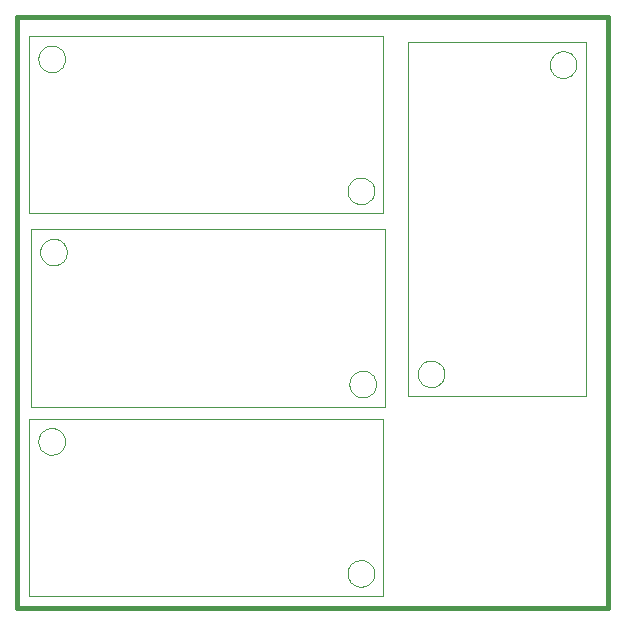
<source format=gbo>
G75*
G70*
%OFA0B0*%
%FSLAX24Y24*%
%IPPOS*%
%LPD*%
%AMOC8*
5,1,8,0,0,1.08239X$1,22.5*
%
%ADD10C,0.0010*%
%ADD11C,0.0000*%
%ADD12C,0.0160*%
D10*
X001150Y009298D02*
X001150Y015204D01*
X012961Y015204D01*
X012961Y009298D01*
X001150Y009298D01*
X001210Y015608D02*
X001210Y021514D01*
X013021Y021514D01*
X013021Y015608D01*
X001210Y015608D01*
X001150Y022048D02*
X001150Y027954D01*
X012961Y027954D01*
X012961Y022048D01*
X001150Y022048D01*
X013794Y027759D02*
X013794Y015948D01*
X019700Y015948D01*
X019700Y027759D01*
X013794Y027759D01*
D11*
X011765Y022798D02*
X011767Y022840D01*
X011773Y022881D01*
X011782Y022922D01*
X011796Y022961D01*
X011813Y022999D01*
X011834Y023035D01*
X011857Y023070D01*
X011884Y023101D01*
X011914Y023131D01*
X011947Y023157D01*
X011982Y023180D01*
X012018Y023200D01*
X012057Y023216D01*
X012097Y023228D01*
X012137Y023237D01*
X012179Y023242D01*
X012220Y023243D01*
X012262Y023240D01*
X012303Y023233D01*
X012344Y023222D01*
X012383Y023208D01*
X012420Y023190D01*
X012456Y023169D01*
X012490Y023144D01*
X012521Y023116D01*
X012549Y023086D01*
X012575Y023053D01*
X012597Y023017D01*
X012616Y022980D01*
X012631Y022941D01*
X012643Y022901D01*
X012651Y022860D01*
X012655Y022819D01*
X012655Y022777D01*
X012651Y022736D01*
X012643Y022695D01*
X012631Y022655D01*
X012616Y022616D01*
X012597Y022579D01*
X012575Y022543D01*
X012549Y022510D01*
X012521Y022480D01*
X012490Y022452D01*
X012456Y022427D01*
X012420Y022406D01*
X012383Y022388D01*
X012344Y022374D01*
X012303Y022363D01*
X012262Y022356D01*
X012220Y022353D01*
X012179Y022354D01*
X012137Y022359D01*
X012097Y022368D01*
X012057Y022380D01*
X012018Y022396D01*
X011982Y022416D01*
X011947Y022439D01*
X011914Y022465D01*
X011884Y022495D01*
X011857Y022526D01*
X011834Y022561D01*
X011813Y022597D01*
X011796Y022635D01*
X011782Y022674D01*
X011773Y022715D01*
X011767Y022756D01*
X011765Y022798D01*
X014105Y016698D02*
X014107Y016740D01*
X014113Y016781D01*
X014122Y016822D01*
X014136Y016861D01*
X014153Y016899D01*
X014174Y016935D01*
X014197Y016970D01*
X014224Y017001D01*
X014254Y017031D01*
X014287Y017057D01*
X014322Y017080D01*
X014358Y017100D01*
X014397Y017116D01*
X014437Y017128D01*
X014477Y017137D01*
X014519Y017142D01*
X014560Y017143D01*
X014602Y017140D01*
X014643Y017133D01*
X014684Y017122D01*
X014723Y017108D01*
X014760Y017090D01*
X014796Y017069D01*
X014830Y017044D01*
X014861Y017016D01*
X014889Y016986D01*
X014915Y016953D01*
X014937Y016917D01*
X014956Y016880D01*
X014971Y016841D01*
X014983Y016801D01*
X014991Y016760D01*
X014995Y016719D01*
X014995Y016677D01*
X014991Y016636D01*
X014983Y016595D01*
X014971Y016555D01*
X014956Y016516D01*
X014937Y016479D01*
X014915Y016443D01*
X014889Y016410D01*
X014861Y016380D01*
X014830Y016352D01*
X014796Y016327D01*
X014760Y016306D01*
X014723Y016288D01*
X014684Y016274D01*
X014643Y016263D01*
X014602Y016256D01*
X014560Y016253D01*
X014519Y016254D01*
X014477Y016259D01*
X014437Y016268D01*
X014397Y016280D01*
X014358Y016296D01*
X014322Y016316D01*
X014287Y016339D01*
X014254Y016365D01*
X014224Y016395D01*
X014197Y016426D01*
X014174Y016461D01*
X014153Y016497D01*
X014136Y016535D01*
X014122Y016574D01*
X014113Y016615D01*
X014107Y016656D01*
X014105Y016698D01*
X011825Y016358D02*
X011827Y016400D01*
X011833Y016441D01*
X011842Y016482D01*
X011856Y016521D01*
X011873Y016559D01*
X011894Y016595D01*
X011917Y016630D01*
X011944Y016661D01*
X011974Y016691D01*
X012007Y016717D01*
X012042Y016740D01*
X012078Y016760D01*
X012117Y016776D01*
X012157Y016788D01*
X012197Y016797D01*
X012239Y016802D01*
X012280Y016803D01*
X012322Y016800D01*
X012363Y016793D01*
X012404Y016782D01*
X012443Y016768D01*
X012480Y016750D01*
X012516Y016729D01*
X012550Y016704D01*
X012581Y016676D01*
X012609Y016646D01*
X012635Y016613D01*
X012657Y016577D01*
X012676Y016540D01*
X012691Y016501D01*
X012703Y016461D01*
X012711Y016420D01*
X012715Y016379D01*
X012715Y016337D01*
X012711Y016296D01*
X012703Y016255D01*
X012691Y016215D01*
X012676Y016176D01*
X012657Y016139D01*
X012635Y016103D01*
X012609Y016070D01*
X012581Y016040D01*
X012550Y016012D01*
X012516Y015987D01*
X012480Y015966D01*
X012443Y015948D01*
X012404Y015934D01*
X012363Y015923D01*
X012322Y015916D01*
X012280Y015913D01*
X012239Y015914D01*
X012197Y015919D01*
X012157Y015928D01*
X012117Y015940D01*
X012078Y015956D01*
X012042Y015976D01*
X012007Y015999D01*
X011974Y016025D01*
X011944Y016055D01*
X011917Y016086D01*
X011894Y016121D01*
X011873Y016157D01*
X011856Y016195D01*
X011842Y016234D01*
X011833Y016275D01*
X011827Y016316D01*
X011825Y016358D01*
X011765Y010048D02*
X011767Y010090D01*
X011773Y010131D01*
X011782Y010172D01*
X011796Y010211D01*
X011813Y010249D01*
X011834Y010285D01*
X011857Y010320D01*
X011884Y010351D01*
X011914Y010381D01*
X011947Y010407D01*
X011982Y010430D01*
X012018Y010450D01*
X012057Y010466D01*
X012097Y010478D01*
X012137Y010487D01*
X012179Y010492D01*
X012220Y010493D01*
X012262Y010490D01*
X012303Y010483D01*
X012344Y010472D01*
X012383Y010458D01*
X012420Y010440D01*
X012456Y010419D01*
X012490Y010394D01*
X012521Y010366D01*
X012549Y010336D01*
X012575Y010303D01*
X012597Y010267D01*
X012616Y010230D01*
X012631Y010191D01*
X012643Y010151D01*
X012651Y010110D01*
X012655Y010069D01*
X012655Y010027D01*
X012651Y009986D01*
X012643Y009945D01*
X012631Y009905D01*
X012616Y009866D01*
X012597Y009829D01*
X012575Y009793D01*
X012549Y009760D01*
X012521Y009730D01*
X012490Y009702D01*
X012456Y009677D01*
X012420Y009656D01*
X012383Y009638D01*
X012344Y009624D01*
X012303Y009613D01*
X012262Y009606D01*
X012220Y009603D01*
X012179Y009604D01*
X012137Y009609D01*
X012097Y009618D01*
X012057Y009630D01*
X012018Y009646D01*
X011982Y009666D01*
X011947Y009689D01*
X011914Y009715D01*
X011884Y009745D01*
X011857Y009776D01*
X011834Y009811D01*
X011813Y009847D01*
X011796Y009885D01*
X011782Y009924D01*
X011773Y009965D01*
X011767Y010006D01*
X011765Y010048D01*
X001515Y020758D02*
X001517Y020800D01*
X001523Y020841D01*
X001532Y020882D01*
X001546Y020921D01*
X001563Y020959D01*
X001584Y020995D01*
X001607Y021030D01*
X001634Y021061D01*
X001664Y021091D01*
X001697Y021117D01*
X001732Y021140D01*
X001768Y021160D01*
X001807Y021176D01*
X001847Y021188D01*
X001887Y021197D01*
X001929Y021202D01*
X001970Y021203D01*
X002012Y021200D01*
X002053Y021193D01*
X002094Y021182D01*
X002133Y021168D01*
X002170Y021150D01*
X002206Y021129D01*
X002240Y021104D01*
X002271Y021076D01*
X002299Y021046D01*
X002325Y021013D01*
X002347Y020977D01*
X002366Y020940D01*
X002381Y020901D01*
X002393Y020861D01*
X002401Y020820D01*
X002405Y020779D01*
X002405Y020737D01*
X002401Y020696D01*
X002393Y020655D01*
X002381Y020615D01*
X002366Y020576D01*
X002347Y020539D01*
X002325Y020503D01*
X002299Y020470D01*
X002271Y020440D01*
X002240Y020412D01*
X002206Y020387D01*
X002170Y020366D01*
X002133Y020348D01*
X002094Y020334D01*
X002053Y020323D01*
X002012Y020316D01*
X001970Y020313D01*
X001929Y020314D01*
X001887Y020319D01*
X001847Y020328D01*
X001807Y020340D01*
X001768Y020356D01*
X001732Y020376D01*
X001697Y020399D01*
X001664Y020425D01*
X001634Y020455D01*
X001607Y020486D01*
X001584Y020521D01*
X001563Y020557D01*
X001546Y020595D01*
X001532Y020634D01*
X001523Y020675D01*
X001517Y020716D01*
X001515Y020758D01*
X001455Y014448D02*
X001457Y014490D01*
X001463Y014531D01*
X001472Y014572D01*
X001486Y014611D01*
X001503Y014649D01*
X001524Y014685D01*
X001547Y014720D01*
X001574Y014751D01*
X001604Y014781D01*
X001637Y014807D01*
X001672Y014830D01*
X001708Y014850D01*
X001747Y014866D01*
X001787Y014878D01*
X001827Y014887D01*
X001869Y014892D01*
X001910Y014893D01*
X001952Y014890D01*
X001993Y014883D01*
X002034Y014872D01*
X002073Y014858D01*
X002110Y014840D01*
X002146Y014819D01*
X002180Y014794D01*
X002211Y014766D01*
X002239Y014736D01*
X002265Y014703D01*
X002287Y014667D01*
X002306Y014630D01*
X002321Y014591D01*
X002333Y014551D01*
X002341Y014510D01*
X002345Y014469D01*
X002345Y014427D01*
X002341Y014386D01*
X002333Y014345D01*
X002321Y014305D01*
X002306Y014266D01*
X002287Y014229D01*
X002265Y014193D01*
X002239Y014160D01*
X002211Y014130D01*
X002180Y014102D01*
X002146Y014077D01*
X002110Y014056D01*
X002073Y014038D01*
X002034Y014024D01*
X001993Y014013D01*
X001952Y014006D01*
X001910Y014003D01*
X001869Y014004D01*
X001827Y014009D01*
X001787Y014018D01*
X001747Y014030D01*
X001708Y014046D01*
X001672Y014066D01*
X001637Y014089D01*
X001604Y014115D01*
X001574Y014145D01*
X001547Y014176D01*
X001524Y014211D01*
X001503Y014247D01*
X001486Y014285D01*
X001472Y014324D01*
X001463Y014365D01*
X001457Y014406D01*
X001455Y014448D01*
X001455Y027198D02*
X001457Y027240D01*
X001463Y027281D01*
X001472Y027322D01*
X001486Y027361D01*
X001503Y027399D01*
X001524Y027435D01*
X001547Y027470D01*
X001574Y027501D01*
X001604Y027531D01*
X001637Y027557D01*
X001672Y027580D01*
X001708Y027600D01*
X001747Y027616D01*
X001787Y027628D01*
X001827Y027637D01*
X001869Y027642D01*
X001910Y027643D01*
X001952Y027640D01*
X001993Y027633D01*
X002034Y027622D01*
X002073Y027608D01*
X002110Y027590D01*
X002146Y027569D01*
X002180Y027544D01*
X002211Y027516D01*
X002239Y027486D01*
X002265Y027453D01*
X002287Y027417D01*
X002306Y027380D01*
X002321Y027341D01*
X002333Y027301D01*
X002341Y027260D01*
X002345Y027219D01*
X002345Y027177D01*
X002341Y027136D01*
X002333Y027095D01*
X002321Y027055D01*
X002306Y027016D01*
X002287Y026979D01*
X002265Y026943D01*
X002239Y026910D01*
X002211Y026880D01*
X002180Y026852D01*
X002146Y026827D01*
X002110Y026806D01*
X002073Y026788D01*
X002034Y026774D01*
X001993Y026763D01*
X001952Y026756D01*
X001910Y026753D01*
X001869Y026754D01*
X001827Y026759D01*
X001787Y026768D01*
X001747Y026780D01*
X001708Y026796D01*
X001672Y026816D01*
X001637Y026839D01*
X001604Y026865D01*
X001574Y026895D01*
X001547Y026926D01*
X001524Y026961D01*
X001503Y026997D01*
X001486Y027035D01*
X001472Y027074D01*
X001463Y027115D01*
X001457Y027156D01*
X001455Y027198D01*
X018505Y027008D02*
X018507Y027050D01*
X018513Y027091D01*
X018522Y027132D01*
X018536Y027171D01*
X018553Y027209D01*
X018574Y027245D01*
X018597Y027280D01*
X018624Y027311D01*
X018654Y027341D01*
X018687Y027367D01*
X018722Y027390D01*
X018758Y027410D01*
X018797Y027426D01*
X018837Y027438D01*
X018877Y027447D01*
X018919Y027452D01*
X018960Y027453D01*
X019002Y027450D01*
X019043Y027443D01*
X019084Y027432D01*
X019123Y027418D01*
X019160Y027400D01*
X019196Y027379D01*
X019230Y027354D01*
X019261Y027326D01*
X019289Y027296D01*
X019315Y027263D01*
X019337Y027227D01*
X019356Y027190D01*
X019371Y027151D01*
X019383Y027111D01*
X019391Y027070D01*
X019395Y027029D01*
X019395Y026987D01*
X019391Y026946D01*
X019383Y026905D01*
X019371Y026865D01*
X019356Y026826D01*
X019337Y026789D01*
X019315Y026753D01*
X019289Y026720D01*
X019261Y026690D01*
X019230Y026662D01*
X019196Y026637D01*
X019160Y026616D01*
X019123Y026598D01*
X019084Y026584D01*
X019043Y026573D01*
X019002Y026566D01*
X018960Y026563D01*
X018919Y026564D01*
X018877Y026569D01*
X018837Y026578D01*
X018797Y026590D01*
X018758Y026606D01*
X018722Y026626D01*
X018687Y026649D01*
X018654Y026675D01*
X018624Y026705D01*
X018597Y026736D01*
X018574Y026771D01*
X018553Y026807D01*
X018536Y026845D01*
X018522Y026884D01*
X018513Y026925D01*
X018507Y026966D01*
X018505Y027008D01*
D12*
X000756Y028590D02*
X000756Y008905D01*
X020441Y008905D01*
X020441Y028590D01*
X000756Y028590D01*
M02*

</source>
